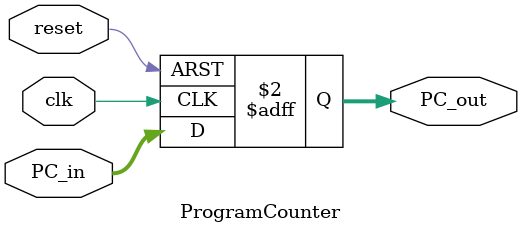
<source format=sv>
module ProgramCounter #(
    parameter N = 32
)(
    input  logic        clk,
    input  logic        reset,
    input  logic [N-1:0] PC_in,
    output logic [N-1:0] PC_out
);

always_ff @(posedge clk or posedge reset) begin
    if (reset)
        PC_out <= '0;
    else
        PC_out <= PC_in;
end

endmodule

</source>
